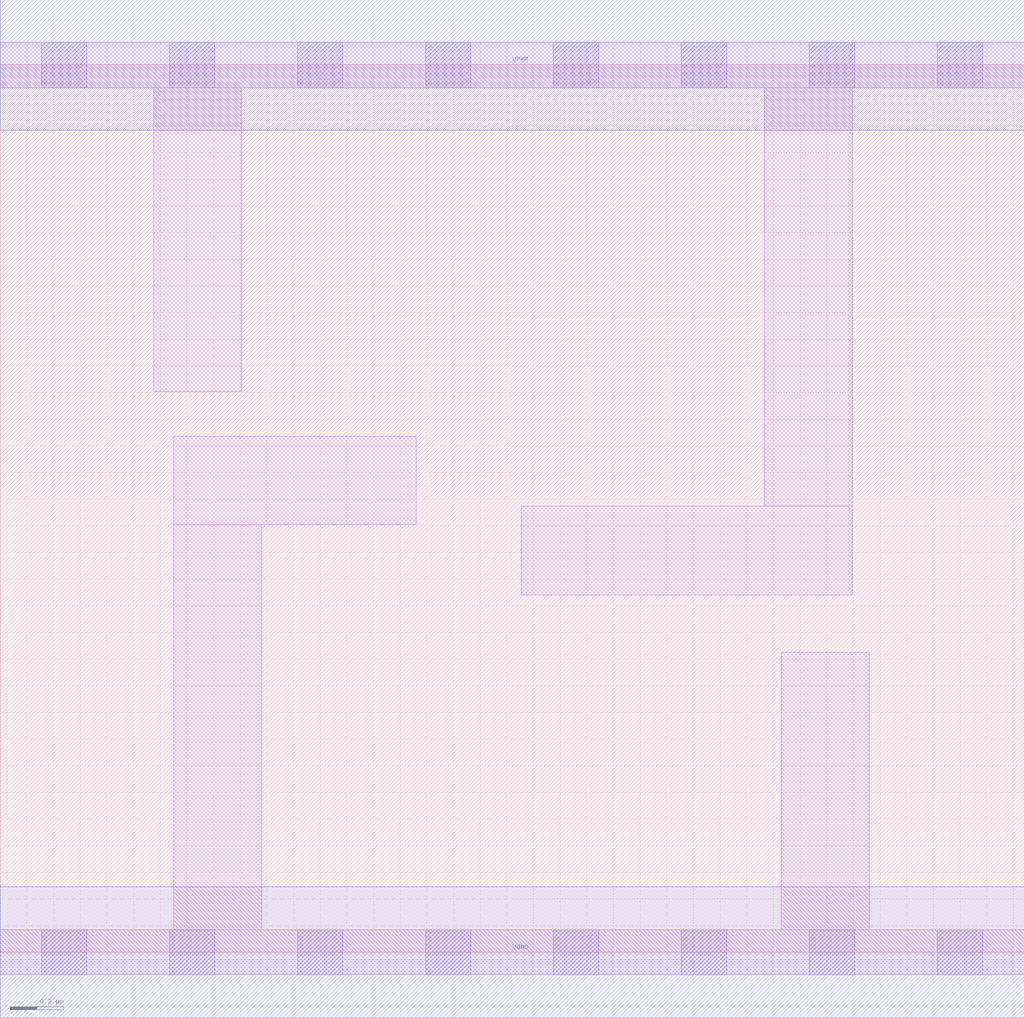
<source format=lef>
# Copyright 2020 The SkyWater PDK Authors
#
# Licensed under the Apache License, Version 2.0 (the "License");
# you may not use this file except in compliance with the License.
# You may obtain a copy of the License at
#
#     https://www.apache.org/licenses/LICENSE-2.0
#
# Unless required by applicable law or agreed to in writing, software
# distributed under the License is distributed on an "AS IS" BASIS,
# WITHOUT WARRANTIES OR CONDITIONS OF ANY KIND, either express or implied.
# See the License for the specific language governing permissions and
# limitations under the License.
#
# SPDX-License-Identifier: Apache-2.0

VERSION 5.7 ;
  NAMESCASESENSITIVE ON ;
  NOWIREEXTENSIONATPIN ON ;
  DIVIDERCHAR "/" ;
  BUSBITCHARS "[]" ;
UNITS
  DATABASE MICRONS 200 ;
END UNITS
MACRO sky130_fd_sc_lp__decap_8
  CLASS CORE SPACER ;
  FOREIGN sky130_fd_sc_lp__decap_8 ;
  ORIGIN  0.000000  0.000000 ;
  SIZE  3.840000 BY  3.330000 ;
  SYMMETRY X Y R90 ;
  SITE unit ;
  PIN VGND
    DIRECTION INOUT ;
    USE GROUND ;
    PORT
      LAYER met1 ;
        RECT 0.000000 -0.245000 3.840000 0.245000 ;
    END
  END VGND
  PIN VPWR
    DIRECTION INOUT ;
    USE POWER ;
    PORT
      LAYER met1 ;
        RECT 0.000000 3.085000 3.840000 3.575000 ;
    END
  END VPWR
  OBS
    LAYER li1 ;
      RECT 0.000000 -0.085000 3.840000 0.085000 ;
      RECT 0.000000  3.245000 3.840000 3.415000 ;
      RECT 0.575000  2.105000 0.905000 3.245000 ;
      RECT 0.650000  0.085000 0.980000 1.605000 ;
      RECT 0.650000  1.605000 1.560000 1.935000 ;
      RECT 1.955000  1.340000 3.195000 1.675000 ;
      RECT 2.865000  1.675000 3.195000 3.245000 ;
      RECT 2.930000  0.085000 3.260000 1.125000 ;
    LAYER mcon ;
      RECT 0.155000 -0.085000 0.325000 0.085000 ;
      RECT 0.155000  3.245000 0.325000 3.415000 ;
      RECT 0.635000 -0.085000 0.805000 0.085000 ;
      RECT 0.635000  3.245000 0.805000 3.415000 ;
      RECT 1.115000 -0.085000 1.285000 0.085000 ;
      RECT 1.115000  3.245000 1.285000 3.415000 ;
      RECT 1.595000 -0.085000 1.765000 0.085000 ;
      RECT 1.595000  3.245000 1.765000 3.415000 ;
      RECT 2.075000 -0.085000 2.245000 0.085000 ;
      RECT 2.075000  3.245000 2.245000 3.415000 ;
      RECT 2.555000 -0.085000 2.725000 0.085000 ;
      RECT 2.555000  3.245000 2.725000 3.415000 ;
      RECT 3.035000 -0.085000 3.205000 0.085000 ;
      RECT 3.035000  3.245000 3.205000 3.415000 ;
      RECT 3.515000 -0.085000 3.685000 0.085000 ;
      RECT 3.515000  3.245000 3.685000 3.415000 ;
  END
END sky130_fd_sc_lp__decap_8
END LIBRARY

</source>
